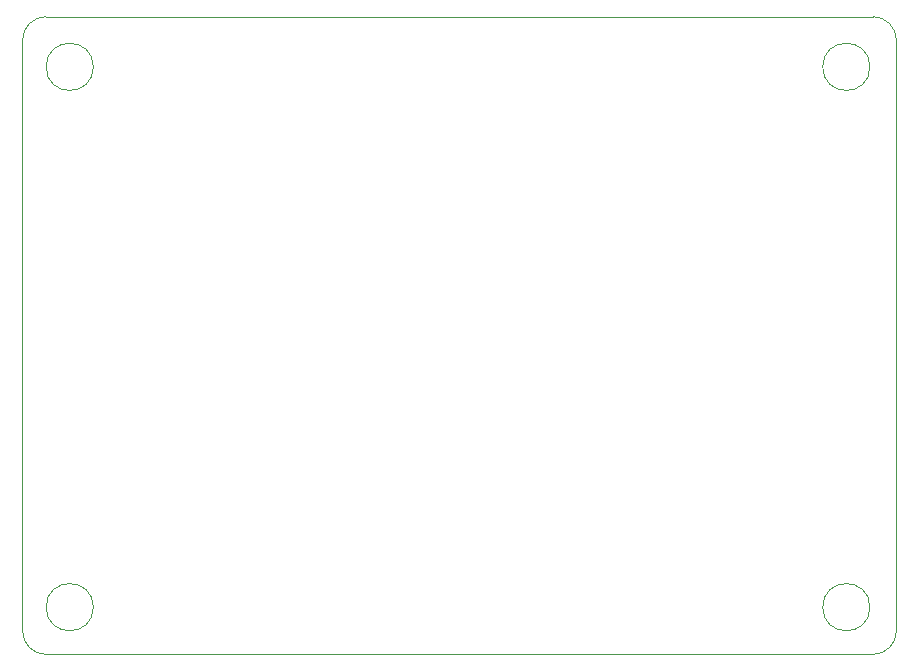
<source format=gbr>
%TF.GenerationSoftware,KiCad,Pcbnew,9.0.2-9.0.2-0~ubuntu24.04.1*%
%TF.CreationDate,2025-05-17T17:55:37+02:00*%
%TF.ProjectId,Pilot6Axis,50696c6f-7436-4417-9869-732e6b696361,rev?*%
%TF.SameCoordinates,Original*%
%TF.FileFunction,Profile,NP*%
%FSLAX46Y46*%
G04 Gerber Fmt 4.6, Leading zero omitted, Abs format (unit mm)*
G04 Created by KiCad (PCBNEW 9.0.2-9.0.2-0~ubuntu24.04.1) date 2025-05-17 17:55:37*
%MOMM*%
%LPD*%
G01*
G04 APERTURE LIST*
%TA.AperFunction,Profile*%
%ADD10C,0.100000*%
%TD*%
G04 APERTURE END LIST*
D10*
X187061200Y-71630800D02*
X117061200Y-71630800D01*
X189061200Y-73630800D02*
X189061200Y-123630759D01*
X117061200Y-125630800D02*
G75*
G02*
X115061200Y-123630800I0J2000000D01*
G01*
X187061200Y-71630800D02*
G75*
G02*
X189061200Y-73630800I0J-2000000D01*
G01*
X115061200Y-73630800D02*
G75*
G02*
X117061200Y-71630800I2000000J0D01*
G01*
X121061200Y-75880800D02*
G75*
G02*
X117061200Y-75880800I-2000000J0D01*
G01*
X117061200Y-75880800D02*
G75*
G02*
X121061200Y-75880800I2000000J0D01*
G01*
X189061200Y-123630759D02*
G75*
G02*
X187061200Y-125630800I-2000000J-41D01*
G01*
X186811200Y-121630800D02*
G75*
G02*
X182811200Y-121630800I-2000000J0D01*
G01*
X182811200Y-121630800D02*
G75*
G02*
X186811200Y-121630800I2000000J0D01*
G01*
X187061200Y-125630800D02*
X117061200Y-125630800D01*
X121061200Y-121630800D02*
G75*
G02*
X117061200Y-121630800I-2000000J0D01*
G01*
X117061200Y-121630800D02*
G75*
G02*
X121061200Y-121630800I2000000J0D01*
G01*
X186811200Y-75880800D02*
G75*
G02*
X182811200Y-75880800I-2000000J0D01*
G01*
X182811200Y-75880800D02*
G75*
G02*
X186811200Y-75880800I2000000J0D01*
G01*
X115061200Y-73630800D02*
X115061200Y-123630800D01*
M02*

</source>
